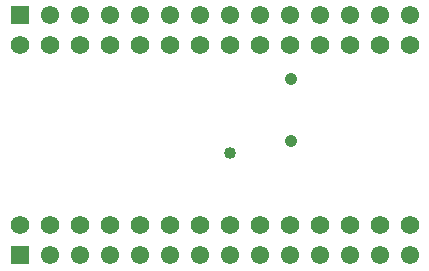
<source format=gts>
G04 DipTrace 3.3.1.3*
G04 T3-4-Breakout.gts*
%MOIN*%
G04 #@! TF.FileFunction,Soldermask,Top*
G04 #@! TF.Part,Single*
%ADD26C,0.06194*%
%ADD27C,0.04*%
%ADD32C,0.042*%
%ADD42C,0.061055*%
%ADD44R,0.061055X0.061055*%
%FSLAX26Y26*%
G04*
G70*
G90*
G75*
G01*
G04 TopMask*
%LPD*%
D32*
X1349850Y1031102D3*
Y824015D3*
D27*
X1143700Y784645D3*
D44*
X443700Y1243700D3*
D42*
X543700D3*
X643700D3*
X743700D3*
X843700D3*
X943700D3*
X1043700D3*
X1143700D3*
X1243700D3*
X1343700D3*
X1443700D3*
X1543700D3*
X1643700D3*
X1743700D3*
D44*
X443700Y443700D3*
D42*
X543700D3*
X643700D3*
X743700D3*
X843700D3*
X943700D3*
X1043700D3*
X1143700D3*
X1243700D3*
X1343700D3*
X1443700D3*
X1543700D3*
X1643700D3*
X1743700D3*
D26*
X443700Y543700D3*
X543700D3*
X643700D3*
X743700D3*
X843700D3*
X943700D3*
X1043700D3*
X1143700D3*
X1243700D3*
X1343700D3*
X1443700D3*
X1543700D3*
X1643700D3*
X1743700D3*
Y1143700D3*
X1643700D3*
X1543700D3*
X1443700D3*
X1343700D3*
X1243700D3*
X1143700D3*
X1043700D3*
X943700D3*
X843700D3*
X743700D3*
X643700D3*
X543700D3*
X443700D3*
M02*

</source>
